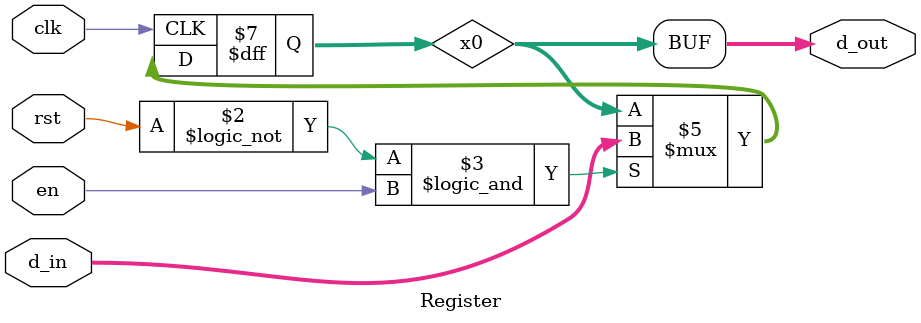
<source format=sv>
`timescale 1ns / 1ps


module Register(
input logic clk,
input logic rst,
input logic[31:0] d_in,
input logic en,
output logic [31:0] d_out
    );
    reg [31:0] x0;
    
    
    initial begin
    x0 =32'dz;
    end
    
    always @(posedge clk) begin
        if(!rst && en) begin
            x0 <= d_in;
        end
    end
    
    assign d_out=x0;
    
endmodule

</source>
